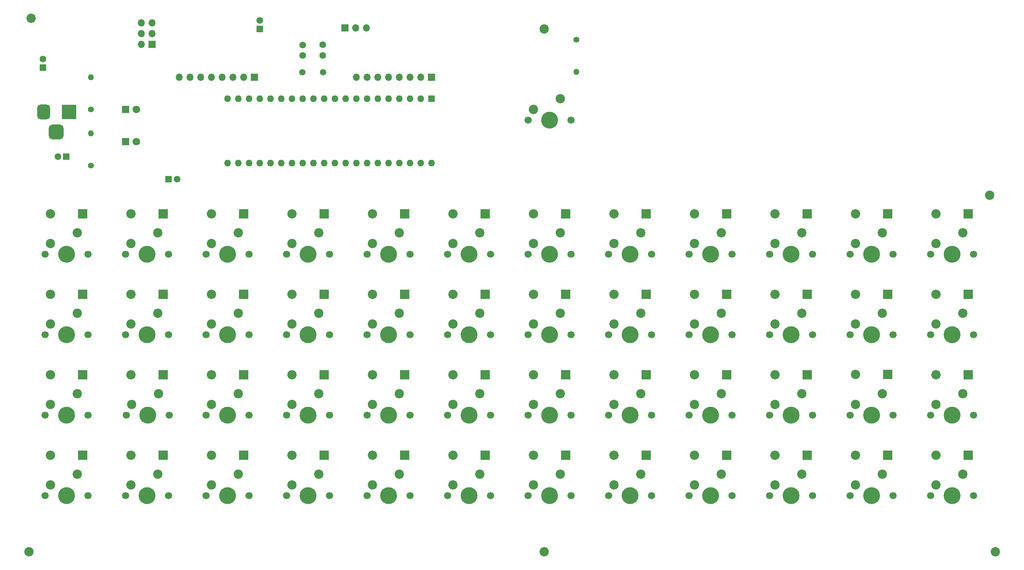
<source format=gbr>
%TF.GenerationSoftware,KiCad,Pcbnew,(6.0.0-0)*%
%TF.CreationDate,2022-09-22T00:13:09-04:00*%
%TF.ProjectId,justin-freetracing,6a757374-696e-42d6-9672-656574726163,rev?*%
%TF.SameCoordinates,Original*%
%TF.FileFunction,Soldermask,Top*%
%TF.FilePolarity,Negative*%
%FSLAX46Y46*%
G04 Gerber Fmt 4.6, Leading zero omitted, Abs format (unit mm)*
G04 Created by KiCad (PCBNEW (6.0.0-0)) date 2022-09-22 00:13:09*
%MOMM*%
%LPD*%
G01*
G04 APERTURE LIST*
G04 Aperture macros list*
%AMRoundRect*
0 Rectangle with rounded corners*
0 $1 Rounding radius*
0 $2 $3 $4 $5 $6 $7 $8 $9 X,Y pos of 4 corners*
0 Add a 4 corners polygon primitive as box body*
4,1,4,$2,$3,$4,$5,$6,$7,$8,$9,$2,$3,0*
0 Add four circle primitives for the rounded corners*
1,1,$1+$1,$2,$3*
1,1,$1+$1,$4,$5*
1,1,$1+$1,$6,$7*
1,1,$1+$1,$8,$9*
0 Add four rect primitives between the rounded corners*
20,1,$1+$1,$2,$3,$4,$5,0*
20,1,$1+$1,$4,$5,$6,$7,0*
20,1,$1+$1,$6,$7,$8,$9,0*
20,1,$1+$1,$8,$9,$2,$3,0*%
G04 Aperture macros list end*
%ADD10C,2.200000*%
%ADD11C,1.700000*%
%ADD12C,4.000000*%
%ADD13R,1.700000X1.700000*%
%ADD14O,1.700000X1.700000*%
%ADD15R,1.600000X1.600000*%
%ADD16C,1.600000*%
%ADD17O,1.600000X1.600000*%
%ADD18R,1.800000X1.800000*%
%ADD19C,1.800000*%
%ADD20C,1.400000*%
%ADD21O,1.400000X1.400000*%
%ADD22R,3.500000X3.500000*%
%ADD23RoundRect,0.750000X-0.750000X-1.000000X0.750000X-1.000000X0.750000X1.000000X-0.750000X1.000000X0*%
%ADD24RoundRect,0.875000X-0.875000X-0.875000X0.875000X-0.875000X0.875000X0.875000X-0.875000X0.875000X0*%
%ADD25C,1.500000*%
%ADD26R,2.200000X2.200000*%
%ADD27O,2.200000X2.200000*%
G04 APERTURE END LIST*
D10*
%TO.C,REF2*%
X14490000Y-50800000D03*
%TD*%
%TO.C,REF1*%
X135890000Y-53340000D03*
%TD*%
%TO.C,REF4*%
X242600000Y-177165000D03*
%TD*%
%TO.C,REF6*%
X135890000Y-177165000D03*
%TD*%
%TO.C,REF3*%
X13970000Y-177165000D03*
%TD*%
%TO.C,REF7*%
X241300000Y-92710000D03*
%TD*%
D11*
%TO.C,K27*%
X132080000Y-144780000D03*
D12*
X137160000Y-144780000D03*
D11*
X142240000Y-144780000D03*
D10*
X139700000Y-139700000D03*
X133350000Y-142240000D03*
%TD*%
D11*
%TO.C,K6*%
X46990000Y-125730000D03*
D12*
X41910000Y-125730000D03*
D11*
X36830000Y-125730000D03*
D10*
X44450000Y-120650000D03*
X38100000Y-123190000D03*
%TD*%
D11*
%TO.C,K26*%
X132080000Y-125730000D03*
X142240000Y-125730000D03*
D12*
X137160000Y-125730000D03*
D10*
X139700000Y-120650000D03*
X133350000Y-123190000D03*
%TD*%
D11*
%TO.C,K25*%
X142240000Y-106680000D03*
X132080000Y-106680000D03*
D12*
X137160000Y-106680000D03*
D10*
X139700000Y-101600000D03*
X133350000Y-104140000D03*
%TD*%
D13*
%TO.C,J3*%
X109220000Y-64770000D03*
D14*
X106680000Y-64770000D03*
X104140000Y-64770000D03*
X101600000Y-64770000D03*
X99060000Y-64770000D03*
X96520000Y-64770000D03*
X93980000Y-64770000D03*
X91440000Y-64770000D03*
%TD*%
D15*
%TO.C,C5*%
X17280000Y-62520000D03*
D16*
X17280000Y-60520000D03*
%TD*%
D15*
%TO.C,U1*%
X109220000Y-69850000D03*
D17*
X106680000Y-69850000D03*
X104140000Y-69850000D03*
X101600000Y-69850000D03*
X99060000Y-69850000D03*
X96520000Y-69850000D03*
X93980000Y-69850000D03*
X91440000Y-69850000D03*
X88900000Y-69850000D03*
X86360000Y-69850000D03*
X83820000Y-69850000D03*
X81280000Y-69850000D03*
X78740000Y-69850000D03*
X76200000Y-69850000D03*
X73660000Y-69850000D03*
X71120000Y-69850000D03*
X68580000Y-69850000D03*
X66040000Y-69850000D03*
X63500000Y-69850000D03*
X60960000Y-69850000D03*
X60960000Y-85090000D03*
X63500000Y-85090000D03*
X66040000Y-85090000D03*
X68580000Y-85090000D03*
X71120000Y-85090000D03*
X73660000Y-85090000D03*
X76200000Y-85090000D03*
X78740000Y-85090000D03*
X81280000Y-85090000D03*
X83820000Y-85090000D03*
X86360000Y-85090000D03*
X88900000Y-85090000D03*
X91440000Y-85090000D03*
X93980000Y-85090000D03*
X96520000Y-85090000D03*
X99060000Y-85090000D03*
X101600000Y-85090000D03*
X104140000Y-85090000D03*
X106680000Y-85090000D03*
X109220000Y-85090000D03*
%TD*%
D12*
%TO.C,K44*%
X213360000Y-163830000D03*
D11*
X218440000Y-163830000D03*
X208280000Y-163830000D03*
D10*
X215900000Y-158750000D03*
X209550000Y-161290000D03*
%TD*%
D11*
%TO.C,K33*%
X170180000Y-106680000D03*
D12*
X175260000Y-106680000D03*
D11*
X180340000Y-106680000D03*
D10*
X177800000Y-101600000D03*
X171450000Y-104140000D03*
%TD*%
D11*
%TO.C,K2*%
X27940000Y-125730000D03*
X17780000Y-125730000D03*
D12*
X22860000Y-125730000D03*
D10*
X25400000Y-120650000D03*
X19050000Y-123190000D03*
%TD*%
D15*
%TO.C,C3*%
X46990000Y-88900000D03*
D16*
X48990000Y-88900000D03*
%TD*%
D11*
%TO.C,K36*%
X180340000Y-163830000D03*
X170180000Y-163830000D03*
D12*
X175260000Y-163830000D03*
D10*
X177800000Y-158750000D03*
X171450000Y-161290000D03*
%TD*%
D11*
%TO.C,K8*%
X46990000Y-163830000D03*
D12*
X41910000Y-163830000D03*
D11*
X36830000Y-163830000D03*
D10*
X44450000Y-158750000D03*
X38100000Y-161290000D03*
%TD*%
D18*
%TO.C,D50*%
X36830000Y-80010000D03*
D19*
X39370000Y-80010000D03*
%TD*%
D11*
%TO.C,K12*%
X66040000Y-163830000D03*
D12*
X60960000Y-163830000D03*
D11*
X55880000Y-163830000D03*
D10*
X63500000Y-158750000D03*
X57150000Y-161290000D03*
%TD*%
D11*
%TO.C,K5*%
X46990000Y-106680000D03*
X36830000Y-106680000D03*
D12*
X41910000Y-106680000D03*
D10*
X44450000Y-101600000D03*
X38100000Y-104140000D03*
%TD*%
D11*
%TO.C,K14*%
X74930000Y-125730000D03*
D12*
X80010000Y-125730000D03*
D11*
X85090000Y-125730000D03*
D10*
X82550000Y-120650000D03*
X76200000Y-123190000D03*
%TD*%
D11*
%TO.C,K38*%
X189230000Y-125730000D03*
D12*
X194310000Y-125730000D03*
D11*
X199390000Y-125730000D03*
D10*
X196850000Y-120650000D03*
X190500000Y-123190000D03*
%TD*%
D15*
%TO.C,C4*%
X68580000Y-53340000D03*
D16*
X68580000Y-51340000D03*
%TD*%
D12*
%TO.C,K23*%
X118110000Y-144780000D03*
D11*
X123190000Y-144780000D03*
X113030000Y-144780000D03*
D10*
X120650000Y-139700000D03*
X114300000Y-142240000D03*
%TD*%
D11*
%TO.C,K16*%
X74930000Y-163830000D03*
X85090000Y-163830000D03*
D12*
X80010000Y-163830000D03*
D10*
X82550000Y-158750000D03*
X76200000Y-161290000D03*
%TD*%
D20*
%TO.C,R1*%
X28575000Y-72390000D03*
D21*
X28575000Y-64770000D03*
%TD*%
D11*
%TO.C,K10*%
X66040000Y-125730000D03*
X55880000Y-125730000D03*
D12*
X60960000Y-125730000D03*
D10*
X63500000Y-120650000D03*
X57150000Y-123190000D03*
%TD*%
D12*
%TO.C,K43*%
X213360000Y-144780000D03*
D11*
X208280000Y-144780000D03*
X218440000Y-144780000D03*
D10*
X215900000Y-139700000D03*
X209550000Y-142240000D03*
%TD*%
D12*
%TO.C,K49*%
X137160000Y-74930000D03*
D11*
X142240000Y-74930000D03*
X132080000Y-74930000D03*
D10*
X139700000Y-69850000D03*
X133350000Y-72390000D03*
%TD*%
D11*
%TO.C,K48*%
X237490000Y-144780000D03*
D12*
X232410000Y-144780000D03*
D11*
X227330000Y-144780000D03*
D10*
X234950000Y-139700000D03*
X228600000Y-142240000D03*
%TD*%
D12*
%TO.C,K13*%
X80010000Y-106680000D03*
D11*
X85090000Y-106680000D03*
X74930000Y-106680000D03*
D10*
X82550000Y-101600000D03*
X76200000Y-104140000D03*
%TD*%
D13*
%TO.C,SW1*%
X88740000Y-53117500D03*
D14*
X91280000Y-53117500D03*
X93820000Y-53117500D03*
%TD*%
D11*
%TO.C,K29*%
X161290000Y-106680000D03*
D12*
X156210000Y-106680000D03*
D11*
X151130000Y-106680000D03*
D10*
X158750000Y-101600000D03*
X152400000Y-104140000D03*
%TD*%
D11*
%TO.C,K15*%
X85090000Y-144780000D03*
D12*
X80010000Y-144780000D03*
D11*
X74930000Y-144780000D03*
D10*
X82550000Y-139700000D03*
X76200000Y-142240000D03*
%TD*%
D11*
%TO.C,K7*%
X47117000Y-144780000D03*
X36957000Y-144780000D03*
D12*
X42037000Y-144780000D03*
D10*
X44577000Y-139700000D03*
X38227000Y-142240000D03*
%TD*%
D11*
%TO.C,K47*%
X227330000Y-125730000D03*
D12*
X232410000Y-125730000D03*
D11*
X237490000Y-125730000D03*
D10*
X234950000Y-120650000D03*
X228600000Y-123190000D03*
%TD*%
D11*
%TO.C,K28*%
X132080000Y-163830000D03*
D12*
X137160000Y-163830000D03*
D11*
X142240000Y-163830000D03*
D10*
X139700000Y-158750000D03*
X133350000Y-161290000D03*
%TD*%
D12*
%TO.C,K46*%
X232410000Y-106680000D03*
D11*
X237490000Y-106680000D03*
X227330000Y-106680000D03*
D10*
X234950000Y-101600000D03*
X228600000Y-104140000D03*
%TD*%
D11*
%TO.C,K9*%
X55880000Y-106680000D03*
D12*
X60960000Y-106680000D03*
D11*
X66040000Y-106680000D03*
D10*
X63500000Y-101600000D03*
X57150000Y-104140000D03*
%TD*%
D15*
%TO.C,C6*%
X22800000Y-83640000D03*
D16*
X20800000Y-83640000D03*
%TD*%
D11*
%TO.C,K20*%
X93980000Y-163830000D03*
X104140000Y-163830000D03*
D12*
X99060000Y-163830000D03*
D10*
X101600000Y-158750000D03*
X95250000Y-161290000D03*
%TD*%
D12*
%TO.C,K45*%
X232410000Y-163830000D03*
D11*
X237490000Y-163830000D03*
X227330000Y-163830000D03*
D10*
X234950000Y-158750000D03*
X228600000Y-161290000D03*
%TD*%
D20*
%TO.C,R2*%
X28575000Y-85725000D03*
D21*
X28575000Y-78105000D03*
%TD*%
D12*
%TO.C,K17*%
X99060000Y-106680000D03*
D11*
X93980000Y-106680000D03*
X104140000Y-106680000D03*
D10*
X101600000Y-101600000D03*
X95250000Y-104140000D03*
%TD*%
D12*
%TO.C,K34*%
X175260000Y-125730000D03*
D11*
X180340000Y-125730000D03*
X170180000Y-125730000D03*
D10*
X177800000Y-120650000D03*
X171450000Y-123190000D03*
%TD*%
D11*
%TO.C,K32*%
X161290000Y-163830000D03*
D12*
X156210000Y-163830000D03*
D11*
X151130000Y-163830000D03*
D10*
X158750000Y-158750000D03*
X152400000Y-161290000D03*
%TD*%
D11*
%TO.C,K40*%
X189230000Y-163830000D03*
X199390000Y-163830000D03*
D12*
X194310000Y-163830000D03*
D10*
X196850000Y-158750000D03*
X190500000Y-161290000D03*
%TD*%
D11*
%TO.C,K31*%
X161290000Y-144780000D03*
X151130000Y-144780000D03*
D12*
X156210000Y-144780000D03*
D10*
X158750000Y-139700000D03*
X152400000Y-142240000D03*
%TD*%
D11*
%TO.C,K18*%
X104140000Y-125730000D03*
D12*
X99060000Y-125730000D03*
D11*
X93980000Y-125730000D03*
D10*
X101600000Y-120650000D03*
X95250000Y-123190000D03*
%TD*%
D11*
%TO.C,K41*%
X218440000Y-106680000D03*
X208280000Y-106680000D03*
D12*
X213360000Y-106680000D03*
D10*
X215900000Y-101600000D03*
X209550000Y-104140000D03*
%TD*%
D11*
%TO.C,K39*%
X199390000Y-144780000D03*
X189230000Y-144780000D03*
D12*
X194310000Y-144780000D03*
D10*
X196850000Y-139700000D03*
X190500000Y-142240000D03*
%TD*%
D11*
%TO.C,K21*%
X113030000Y-106680000D03*
D12*
X118110000Y-106680000D03*
D11*
X123190000Y-106680000D03*
D10*
X120650000Y-101600000D03*
X114300000Y-104140000D03*
%TD*%
D13*
%TO.C,J2*%
X43060000Y-56980000D03*
D14*
X40520000Y-56980000D03*
X43060000Y-54440000D03*
X40520000Y-54440000D03*
X43060000Y-51900000D03*
X40520000Y-51900000D03*
%TD*%
D20*
%TO.C,R3*%
X143510000Y-55880000D03*
D21*
X143510000Y-63500000D03*
%TD*%
D22*
%TO.C,J5*%
X23400000Y-73022500D03*
D23*
X17400000Y-73022500D03*
D24*
X20400000Y-77722500D03*
%TD*%
D16*
%TO.C,C2*%
X83490000Y-57130000D03*
X83490000Y-59630000D03*
%TD*%
D11*
%TO.C,K37*%
X189230000Y-106680000D03*
D12*
X194310000Y-106680000D03*
D11*
X199390000Y-106680000D03*
D10*
X196850000Y-101600000D03*
X190500000Y-104140000D03*
%TD*%
D18*
%TO.C,D49*%
X36830000Y-72390000D03*
D19*
X39370000Y-72390000D03*
%TD*%
D13*
%TO.C,J1*%
X67310000Y-64770000D03*
D14*
X64770000Y-64770000D03*
X62230000Y-64770000D03*
X59690000Y-64770000D03*
X57150000Y-64770000D03*
X54610000Y-64770000D03*
X52070000Y-64770000D03*
X49530000Y-64770000D03*
%TD*%
D12*
%TO.C,K3*%
X22860000Y-144780000D03*
D11*
X17780000Y-144780000D03*
X27940000Y-144780000D03*
D10*
X25400000Y-139700000D03*
X19050000Y-142240000D03*
%TD*%
D11*
%TO.C,K24*%
X113030000Y-163830000D03*
X123190000Y-163830000D03*
D12*
X118110000Y-163830000D03*
D10*
X120650000Y-158750000D03*
X114300000Y-161290000D03*
%TD*%
D16*
%TO.C,C1*%
X78740000Y-57150000D03*
X78740000Y-59650000D03*
%TD*%
D11*
%TO.C,K1*%
X17780000Y-106680000D03*
X27940000Y-106680000D03*
D12*
X22860000Y-106680000D03*
D10*
X25400000Y-101600000D03*
X19050000Y-104140000D03*
%TD*%
D11*
%TO.C,K42*%
X208280000Y-125730000D03*
X218440000Y-125730000D03*
D12*
X213360000Y-125730000D03*
D10*
X215900000Y-120650000D03*
X209550000Y-123190000D03*
%TD*%
D11*
%TO.C,K19*%
X104140000Y-144780000D03*
D12*
X99060000Y-144780000D03*
D11*
X93980000Y-144780000D03*
D10*
X101600000Y-139700000D03*
X95250000Y-142240000D03*
%TD*%
D11*
%TO.C,K35*%
X180340000Y-144780000D03*
D12*
X175260000Y-144780000D03*
D11*
X170180000Y-144780000D03*
D10*
X177800000Y-139700000D03*
X171450000Y-142240000D03*
%TD*%
D12*
%TO.C,K11*%
X60960000Y-144780000D03*
D11*
X55880000Y-144780000D03*
X66040000Y-144780000D03*
D10*
X63500000Y-139700000D03*
X57150000Y-142240000D03*
%TD*%
D11*
%TO.C,K22*%
X123190000Y-125730000D03*
D12*
X118110000Y-125730000D03*
D11*
X113030000Y-125730000D03*
D10*
X120650000Y-120650000D03*
X114300000Y-123190000D03*
%TD*%
D11*
%TO.C,K4*%
X27940000Y-163830000D03*
D12*
X22860000Y-163830000D03*
D11*
X17780000Y-163830000D03*
D10*
X25400000Y-158750000D03*
X19050000Y-161290000D03*
%TD*%
D25*
%TO.C,Y1*%
X83545000Y-63655000D03*
X78665000Y-63655000D03*
%TD*%
D12*
%TO.C,K30*%
X156210000Y-125730000D03*
D11*
X151130000Y-125730000D03*
X161290000Y-125730000D03*
D10*
X158750000Y-120650000D03*
X152400000Y-123190000D03*
%TD*%
D26*
%TO.C,D45*%
X236220000Y-154305000D03*
D27*
X228600000Y-154305000D03*
%TD*%
D26*
%TO.C,D17*%
X102870000Y-97155000D03*
D27*
X95250000Y-97155000D03*
%TD*%
D26*
%TO.C,D25*%
X140970000Y-97155000D03*
D27*
X133350000Y-97155000D03*
%TD*%
D26*
%TO.C,D23*%
X121920000Y-135255000D03*
D27*
X114300000Y-135255000D03*
%TD*%
D26*
%TO.C,D7*%
X45720000Y-135255000D03*
D27*
X38100000Y-135255000D03*
%TD*%
D26*
%TO.C,D37*%
X198120000Y-97155000D03*
D27*
X190500000Y-97155000D03*
%TD*%
D26*
%TO.C,D41*%
X217170000Y-97155000D03*
D27*
X209550000Y-97155000D03*
%TD*%
D26*
%TO.C,D28*%
X140970000Y-154305000D03*
D27*
X133350000Y-154305000D03*
%TD*%
D26*
%TO.C,D11*%
X64770000Y-135255000D03*
D27*
X57150000Y-135255000D03*
%TD*%
D26*
%TO.C,D43*%
X217170000Y-135128000D03*
D27*
X209550000Y-135128000D03*
%TD*%
D26*
%TO.C,D21*%
X121920000Y-97155000D03*
D27*
X114300000Y-97155000D03*
%TD*%
D26*
%TO.C,D27*%
X140970000Y-135255000D03*
D27*
X133350000Y-135255000D03*
%TD*%
D26*
%TO.C,D35*%
X179070000Y-135255000D03*
D27*
X171450000Y-135255000D03*
%TD*%
D26*
%TO.C,D16*%
X83820000Y-154305000D03*
D27*
X76200000Y-154305000D03*
%TD*%
D26*
%TO.C,D19*%
X102870000Y-135255000D03*
D27*
X95250000Y-135255000D03*
%TD*%
D26*
%TO.C,D42*%
X217170000Y-116205000D03*
D27*
X209550000Y-116205000D03*
%TD*%
D26*
%TO.C,D31*%
X160020000Y-135255000D03*
D27*
X152400000Y-135255000D03*
%TD*%
D26*
%TO.C,D38*%
X198120000Y-116205000D03*
D27*
X190500000Y-116205000D03*
%TD*%
D26*
%TO.C,D15*%
X83820000Y-135255000D03*
D27*
X76200000Y-135255000D03*
%TD*%
D26*
%TO.C,D34*%
X179070000Y-116205000D03*
D27*
X171450000Y-116205000D03*
%TD*%
D26*
%TO.C,D10*%
X64770000Y-116205000D03*
D27*
X57150000Y-116205000D03*
%TD*%
D26*
%TO.C,D40*%
X198120000Y-154305000D03*
D27*
X190500000Y-154305000D03*
%TD*%
D26*
%TO.C,D13*%
X83820000Y-97155000D03*
D27*
X76200000Y-97155000D03*
%TD*%
D26*
%TO.C,D29*%
X160020000Y-97155000D03*
D27*
X152400000Y-97155000D03*
%TD*%
D26*
%TO.C,D6*%
X45720000Y-116205000D03*
D27*
X38100000Y-116205000D03*
%TD*%
D26*
%TO.C,D5*%
X45720000Y-97155000D03*
D27*
X38100000Y-97155000D03*
%TD*%
D26*
%TO.C,D12*%
X64770000Y-154305000D03*
D27*
X57150000Y-154305000D03*
%TD*%
D26*
%TO.C,D32*%
X160020000Y-154305000D03*
D27*
X152400000Y-154305000D03*
%TD*%
D26*
%TO.C,D44*%
X217170000Y-154305000D03*
D27*
X209550000Y-154305000D03*
%TD*%
D26*
%TO.C,D8*%
X45720000Y-154305000D03*
D27*
X38100000Y-154305000D03*
%TD*%
D26*
%TO.C,D9*%
X64770000Y-97155000D03*
D27*
X57150000Y-97155000D03*
%TD*%
D26*
%TO.C,D14*%
X83820000Y-116205000D03*
D27*
X76200000Y-116205000D03*
%TD*%
D26*
%TO.C,D20*%
X102870000Y-154305000D03*
D27*
X95250000Y-154305000D03*
%TD*%
D26*
%TO.C,D46*%
X236220000Y-97155000D03*
D27*
X228600000Y-97155000D03*
%TD*%
D26*
%TO.C,D18*%
X102870000Y-116205000D03*
D27*
X95250000Y-116205000D03*
%TD*%
D26*
%TO.C,D47*%
X236220000Y-116205000D03*
D27*
X228600000Y-116205000D03*
%TD*%
D26*
%TO.C,D24*%
X121920000Y-154305000D03*
D27*
X114300000Y-154305000D03*
%TD*%
D26*
%TO.C,D22*%
X121920000Y-116205000D03*
D27*
X114300000Y-116205000D03*
%TD*%
D26*
%TO.C,D4*%
X26670000Y-154305000D03*
D27*
X19050000Y-154305000D03*
%TD*%
D26*
%TO.C,D3*%
X26670000Y-135255000D03*
D27*
X19050000Y-135255000D03*
%TD*%
D26*
%TO.C,D1*%
X26670000Y-97155000D03*
D27*
X19050000Y-97155000D03*
%TD*%
D26*
%TO.C,D33*%
X179070000Y-97155000D03*
D27*
X171450000Y-97155000D03*
%TD*%
D26*
%TO.C,D2*%
X26670000Y-116205000D03*
D27*
X19050000Y-116205000D03*
%TD*%
D26*
%TO.C,D39*%
X198120000Y-135255000D03*
D27*
X190500000Y-135255000D03*
%TD*%
D26*
%TO.C,D26*%
X140970000Y-116205000D03*
D27*
X133350000Y-116205000D03*
%TD*%
D26*
%TO.C,D48*%
X236220000Y-135255000D03*
D27*
X228600000Y-135255000D03*
%TD*%
D26*
%TO.C,D36*%
X179070000Y-154305000D03*
D27*
X171450000Y-154305000D03*
%TD*%
D26*
%TO.C,D30*%
X160020000Y-116205000D03*
D27*
X152400000Y-116205000D03*
%TD*%
M02*

</source>
